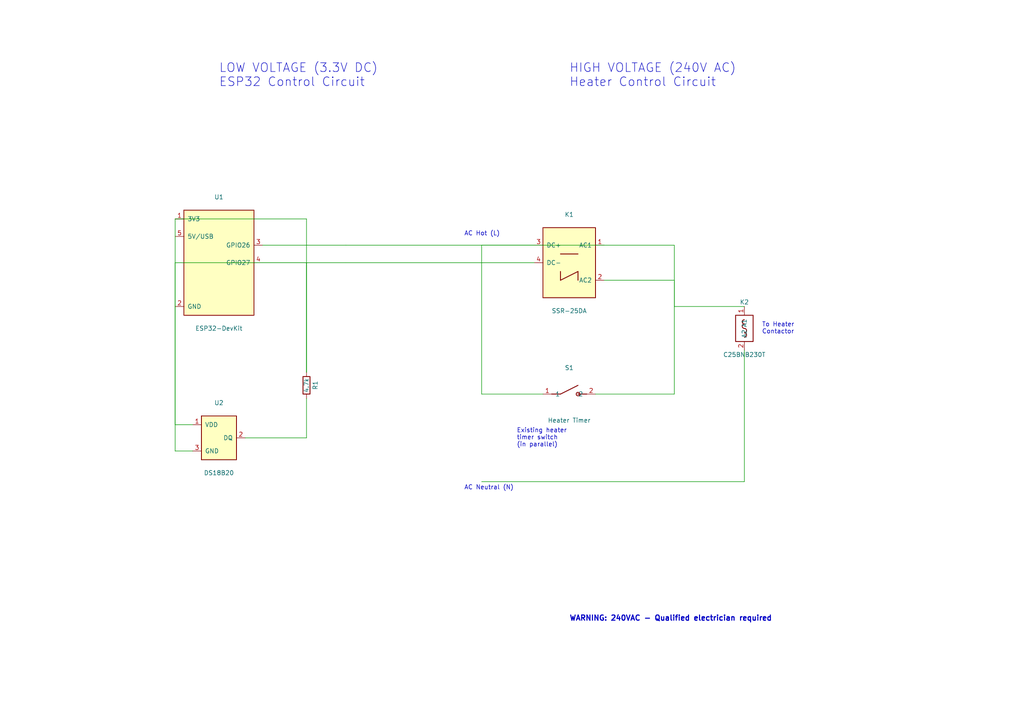
<source format=kicad_sch>
(kicad_sch (version 20231120) (generator "eeschema") (generator_version "8.0")
  (paper "A4")
  (title_block (title "Sauna Controller") (date "2026-01-14") (rev "1.0") (comment 1 "ESP32-based sauna heater controller") (comment 2 "With HomeKit integration"))
  (lib_symbols
    (symbol "SaunaController:ESP32_Module" (pin_names (offset 1.016))
      (property "Reference" "U" (at 0 16.51 0))
      (property "Value" "ESP32-DevKit" (at 0 -16.51 0))
      (symbol "ESP32_Module_0_1"
        (rectangle (start -10.16 15.24) (end 10.16 -15.24) (stroke (width 0.254)) (fill (type background)))
      )
      (symbol "ESP32_Module_1_1"
        (pin power_in line (at -12.7 12.7 0) (length 2.54) (name "3V3") (number "1"))
        (pin power_in line (at -12.7 -12.7 0) (length 2.54) (name "GND") (number "2"))
        (pin output line (at 12.7 5.08 180) (length 2.54) (name "GPIO26") (number "3"))
        (pin bidirectional line (at 12.7 0 180) (length 2.54) (name "GPIO27") (number "4"))
        (pin power_in line (at -12.7 7.62 0) (length 2.54) (name "5V/USB") (number "5"))
      )
    )
    (symbol "SaunaController:DS18B20" (pin_names (offset 1.016))
      (property "Reference" "U" (at 0 7.62 0))
      (property "Value" "DS18B20" (at 0 -7.62 0))
      (symbol "DS18B20_0_1"
        (rectangle (start -5.08 6.35) (end 5.08 -6.35) (stroke (width 0.254)) (fill (type background)))
      )
      (symbol "DS18B20_1_1"
        (pin power_in line (at -7.62 3.81 0) (length 2.54) (name "VDD") (number "1"))
        (pin bidirectional line (at 7.62 0 180) (length 2.54) (name "DQ") (number "2"))
        (pin power_in line (at -7.62 -3.81 0) (length 2.54) (name "GND") (number "3"))
      )
    )
    (symbol "SaunaController:SSR-25DA" (pin_names (offset 1.016))
      (property "Reference" "K" (at 0 11.43 0))
      (property "Value" "SSR-25DA" (at 0 -11.43 0))
      (symbol "SSR-25DA_0_1"
        (rectangle (start -7.62 10.16) (end 7.62 -10.16) (stroke (width 0.254)) (fill (type background)))
        (polyline (pts (xy -2.54 2.54) (xy 2.54 2.54)) (stroke (width 0.254)))
        (polyline (pts (xy -2.54 -5.08) (xy 2.54 -2.54)) (stroke (width 0.254)))
        (polyline (pts (xy 2.54 -5.08) (xy 2.54 -2.54)) (stroke (width 0.254)))
        (polyline (pts (xy -2.54 -2.54) (xy -2.54 -5.08)) (stroke (width 0.254)))
      )
      (symbol "SSR-25DA_1_1"
        (pin input line (at -10.16 5.08 0) (length 2.54) (name "DC+") (number "3"))
        (pin input line (at -10.16 0 0) (length 2.54) (name "DC-") (number "4"))
        (pin passive line (at 10.16 5.08 180) (length 2.54) (name "AC1") (number "1"))
        (pin passive line (at 10.16 -5.08 180) (length 2.54) (name "AC2") (number "2"))
      )
    )
    (symbol "Device:R" (pin_numbers hide) (pin_names (offset 0))
      (property "Reference" "R" (at 2.032 0 90))
      (property "Value" "R" (at 0 0 90))
      (symbol "R_0_1"
        (rectangle (start -1.016 -2.54) (end 1.016 2.54) (stroke (width 0.254)))
      )
      (symbol "R_1_1"
        (pin passive line (at 0 3.81 270) (length 1.27) (name "~") (number "1"))
        (pin passive line (at 0 -3.81 90) (length 1.27) (name "~") (number "2"))
      )
    )
    (symbol "SaunaController:Contactor_Coil" (pin_names (offset 1.016))
      (property "Reference" "K" (at 0 5.08 0))
      (property "Value" "Contactor" (at 0 -5.08 0))
      (symbol "Contactor_Coil_0_1"
        (rectangle (start -2.54 3.81) (end 2.54 -3.81) (stroke (width 0.254)))
        (arc (start 0 1.27) (mid -0.635 0.635) (end 0 0) (stroke (width 0.254)))
        (arc (start 0 0) (mid 0.635 -0.635) (end 0 -1.27) (stroke (width 0.254)))
        (arc (start 0 2.54) (mid -0.635 1.905) (end 0 1.27) (stroke (width 0.254)))
        (arc (start 0 -1.27) (mid 0.635 -1.905) (end 0 -2.54) (stroke (width 0.254)))
      )
      (symbol "Contactor_Coil_1_1"
        (pin passive line (at 0 6.35 270) (length 2.54) (name "A1") (number "1"))
        (pin passive line (at 0 -6.35 90) (length 2.54) (name "A2") (number "2"))
      )
    )
    (symbol "SaunaController:Timer_Switch" (pin_names (offset 1.016))
      (property "Reference" "S" (at 0 5.08 0))
      (property "Value" "Timer" (at 0 -5.08 0))
      (symbol "Timer_Switch_0_1"
        (polyline (pts (xy -5.08 0) (xy -2.54 0)) (stroke (width 0.254)))
        (polyline (pts (xy -2.54 0) (xy 2.54 2.54)) (stroke (width 0.254)))
        (polyline (pts (xy 2.54 0) (xy 5.08 0)) (stroke (width 0.254)))
        (circle (center 2.54 0) (radius 0.508) (stroke (width 0.254)))
      )
      (symbol "Timer_Switch_1_1"
        (pin passive line (at -7.62 0 0) (length 2.54) (name "1") (number "1"))
        (pin passive line (at 7.62 0 180) (length 2.54) (name "2") (number "2"))
      )
    )
  )
  (text "LOW VOLTAGE (3.3V DC)\nESP32 Control Circuit" (at 63.5 25.4 0) (effects (font (size 2.54 2.54)) (justify left bottom)))
  (text "HIGH VOLTAGE (240V AC)\nHeater Control Circuit" (at 165.1 25.4 0) (effects (font (size 2.54 2.54)) (justify left bottom)))
  (text "WARNING: 240VAC - Qualified electrician required" (at 165.1 180.34 0) (effects (font (size 1.524 1.524) bold) (justify left bottom)))
  (symbol (lib_id "SaunaController:ESP32_Module") (at 63.5 76.2 0) (unit 1)
    (property "Reference" "U1" (at 63.5 57.15 0))
    (property "Value" "ESP32-DevKit" (at 63.5 95.25 0))
  )
  (symbol (lib_id "SaunaController:DS18B20") (at 63.5 127 0) (unit 1)
    (property "Reference" "U2" (at 63.5 116.84 0))
    (property "Value" "DS18B20" (at 63.5 137.16 0))
  )
  (symbol (lib_id "Device:R") (at 88.9 111.76 0) (unit 1)
    (property "Reference" "R1" (at 91.44 111.76 90))
    (property "Value" "4.7k" (at 88.9 111.76 90))
  )
  (symbol (lib_id "SaunaController:SSR-25DA") (at 165.1 76.2 0) (unit 1)
    (property "Reference" "K1" (at 165.1 62.23 0))
    (property "Value" "SSR-25DA" (at 165.1 90.17 0))
  )
  (symbol (lib_id "SaunaController:Timer_Switch") (at 165.1 114.3 0) (unit 1)
    (property "Reference" "S1" (at 165.1 106.68 0))
    (property "Value" "Heater Timer" (at 165.1 121.92 0))
  )
  (symbol (lib_id "SaunaController:Contactor_Coil") (at 215.9 95.25 0) (unit 1)
    (property "Reference" "K2" (at 215.9 87.63 0))
    (property "Value" "C25BNB230T" (at 215.9 102.87 0))
  )
  (wire (pts (xy 76.2 76.2) (xy 88.9 76.2)))
  (wire (pts (xy 88.9 76.2) (xy 88.9 107.95)))
  (wire (pts (xy 88.9 115.57) (xy 88.9 127)))
  (wire (pts (xy 71.12 127) (xy 88.9 127)))
  (wire (pts (xy 50.8 63.5) (xy 50.8 123.19)))
  (wire (pts (xy 50.8 123.19) (xy 55.88 123.19)))
  (wire (pts (xy 50.8 63.5) (xy 88.9 63.5)))
  (wire (pts (xy 88.9 63.5) (xy 88.9 107.95)))
  (wire (pts (xy 76.2 71.12) (xy 100.33 71.12)))
  (wire (pts (xy 100.33 71.12) (xy 100.33 71.12)))
  (wire (pts (xy 100.33 71.12) (xy 154.94 71.12)))
  (wire (pts (xy 50.8 88.9) (xy 50.8 130.81)))
  (wire (pts (xy 50.8 130.81) (xy 55.88 130.81)))
  (wire (pts (xy 50.8 88.9) (xy 50.8 76.2)))
  (wire (pts (xy 50.8 76.2) (xy 100.33 76.2)))
  (wire (pts (xy 100.33 76.2) (xy 154.94 76.2)))
  (wire (pts (xy 175.26 71.12) (xy 195.58 71.12)))
  (wire (pts (xy 175.26 81.28) (xy 195.58 81.28)))
  (wire (pts (xy 195.58 81.28) (xy 195.58 88.9)))
  (wire (pts (xy 195.58 88.9) (xy 215.9 88.9)))
  (wire (pts (xy 172.72 114.3) (xy 195.58 114.3)))
  (wire (pts (xy 195.58 114.3) (xy 195.58 88.9)))
  (wire (pts (xy 195.58 71.12) (xy 195.58 88.9)))
  (wire (pts (xy 139.7 71.12) (xy 139.7 114.3)))
  (wire (pts (xy 139.7 114.3) (xy 157.48 114.3)))
  (wire (pts (xy 139.7 71.12) (xy 175.26 71.12)))
  (wire (pts (xy 215.9 101.6) (xy 215.9 139.7)))
  (wire (pts (xy 215.9 139.7) (xy 139.7 139.7)))
  (text "AC Hot (L)" (at 134.62 68.58 0) (effects (font (size 1.27 1.27)) (justify left bottom)))
  (text "AC Neutral (N)" (at 134.62 142.24 0) (effects (font (size 1.27 1.27)) (justify left bottom)))
  (text "To Heater\nContactor" (at 220.98 95.25 0) (effects (font (size 1.27 1.27)) (justify left)))
  (text "Existing heater\ntimer switch\n(in parallel)" (at 149.86 127 0) (effects (font (size 1.27 1.27)) (justify left)))
)
</source>
